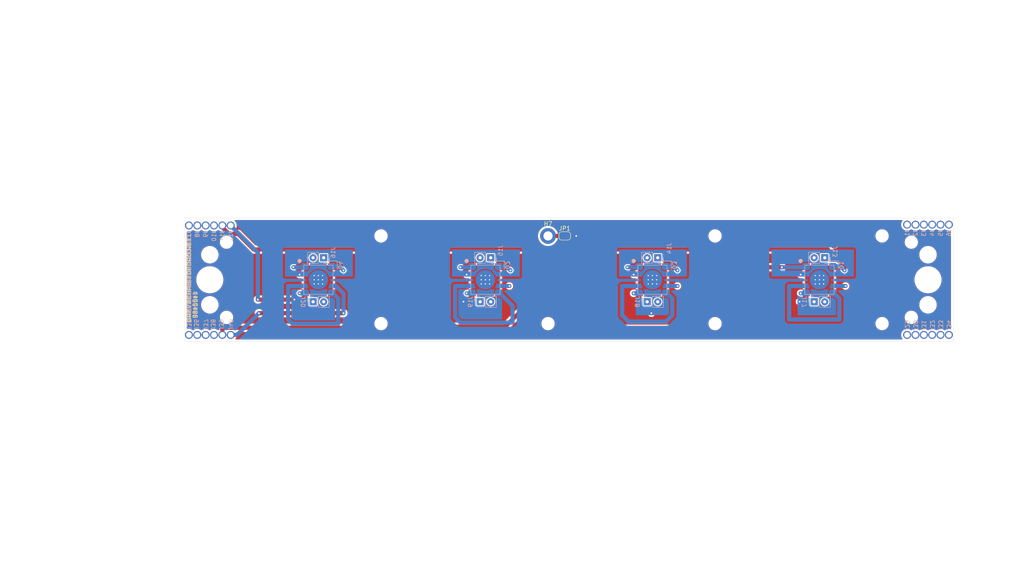
<source format=kicad_pcb>
(kicad_pcb (version 20210228) (generator pcbnew)
  (layers (0 "F.Cu" signal) (1 "In1.Cu" signal) (2 "In2.Cu" signal) (31 "B.Cu" signal) (34 "B.Paste" user) (35 "F.Paste" user) (36 "B.SilkS" user "B.Silkscreen") (37 "F.SilkS" user "F.Silkscreen") (38 "B.Mask" user) (39 "F.Mask" user) (44 "Edge.Cuts" user))
  (net 0 "")
  (net 2 "2_b8")
  (net 3 "Net-(D1-Pad4)")
  (net 4 "2_a5")
  (net 5 "Net-(D1-Pad2)")
  (net 6 "1_b8")
  (net 7 "1_a5")
  (net 9 "Net-(D2-Pad4)")
  (net 10 "Net-(D2-Pad2)")
  (net 12 "Net-(D3-Pad4)")
  (net 13 "Net-(D3-Pad2)")
  (net 15 "Net-(D4-Pad4)")
  (net 16 "Net-(D4-Pad2)")
  (net 17 "3_a8")
  (net 18 "4_a8")
  (net 19 "3_a11")
  (net 20 "3_a12")
  (net 21 "4_a11")
  (net 22 "4_a12")
  (net 23 "1_a1")
  (net 24 "1_a2")
  (net 25 "2_a1")
  (net 26 "2_a2")
  (net 27 "4_b2")
  (net 28 "4_b1")
  (net 29 "3_b2")
  (net 30 "3_b1")
  (net 31 "2_b12")
  (net 32 "2_b11")
  (net 33 "1_b12")
  (net 34 "1_b11")
  (net 35 "3_b5")
  (net 36 "4_b5")
  (net 37 "GND")
  (net 38 "Net-(D1-Pad8)")
  (net 39 "Net-(D1-Pad6)")
  (net 40 "Net-(D2-Pad1)")
  (net 41 "Net-(H7-Pad1)")
  (net 42 "Net-(D2-Pad8)")
  (net 43 "Net-(D2-Pad6)")
  (net 44 "Net-(D2-Pad3)")
  (footprint "MountingHole:MountingHole_5.5mm" (layer "F.Cu") (at 86 0)
    (fp_text reference "H9" hide)
    (fp_text value "MountingHole")
    (pad "1" np_thru_hole circle (at 0 0) (size 5.5 5.5) (drill 5.5) (layers *.Cu *.Mask))
  )
  (footprint "MountingHole:MountingHole_2.2mm_M2" (layer "F.Cu") (at -5 10.5)
    (fp_text reference "H14" hide)
    (fp_text value "MountingHole")
    (pad "1" np_thru_hole circle (at 0 0) (size 2.2 2.2) (drill 2.2) (layers *.Cu *.Mask))
  )
  (footprint "MountingHole:MountingHole_3.2mm_M3" (layer "F.Cu") (at 86 -6)
    (fp_text reference "H3" hide)
    (fp_text value "MountingHole")
    (pad "1" np_thru_hole circle (at 0 0) (size 3.2 3.2) (drill 3.2) (layers *.Cu *.Mask))
  )
  (footprint "MountingHole:MountingHole_2.2mm_M2" (layer "F.Cu") (at -45 10.5)
    (fp_text reference "H16" hide)
    (fp_text value "MountingHole")
    (pad "1" np_thru_hole circle (at 0 0) (size 2.2 2.2) (drill 2.2) (layers *.Cu *.Mask))
  )
  (footprint "Jumper:SolderJumper-2_P1.3mm_Open_RoundedPad1.0x1.5mm" (layer "F.Cu") (at -1 -10.5)
    (fp_text reference "JP1" (at 0 -1.8) (layer "F.SilkS"))
    (fp_text value "SolderJumper_2_Open")
    (pad "1" smd custom (at -0.65 0) (size 1 0.5) (layers "F.Cu" "F.Mask") (net 41 "Net-(H7-Pad1)") (options (clearance outline) (anchor rect)) (primitives (gr_circle (center 0 0.25) (end 0.5 0.25) (width 0) (fill yes)) (gr_circle (center 0 -0.25) (end 0.5 -0.25) (width 0) (fill yes)) (gr_poly (pts (xy 0 -0.75) (xy 0.5 -0.75) (xy 0.5 0.75) (xy 0 0.75)) (width 0) (fill yes))))
    (pad "2" smd custom (at 0.65 0) (size 1 0.5) (layers "F.Cu" "F.Mask") (net 37 "GND") (options (clearance outline) (anchor rect)) (primitives (gr_circle (center 0 0.25) (end 0.5 0.25) (width 0) (fill yes)) (gr_circle (center 0 -0.25) (end 0.5 -0.25) (width 0) (fill yes)) (gr_poly (pts (xy 0 -0.75) (xy -0.5 -0.75) (xy -0.5 0.75) (xy 0 0.75)) (width 0) (fill yes))))
  )
  (footprint "MountingHole:MountingHole_3.2mm_M3" (layer "F.Cu") (at 86 6)
    (fp_text reference "H11" hide)
    (fp_text value "MountingHole")
    (pad "1" np_thru_hole circle (at 0 0) (size 3.2 3.2) (drill 3.2) (layers *.Cu *.Mask))
  )
  (footprint "MountingHole:MountingHole_2.2mm_M2" (layer "F.Cu") (at 75 -10.5)
    (fp_text reference "H4" hide)
    (fp_text value "MountingHole")
    (pad "1" np_thru_hole circle (at 0 0) (size 2.2 2.2) (drill 2.2) (layers *.Cu *.Mask))
  )
  (footprint "MountingHole:MountingHole_2.2mm_M2_DIN965_Pad" (layer "F.Cu") (at -5 -10.5)
    (fp_text reference "H7" (at 0 -2.9) (layer "F.SilkS"))
    (fp_text value "MountingHole_Pad")
    (pad "1" thru_hole circle (at 0 0) (size 3.8 3.8) (drill 2.2) (layers *.Cu *.Mask) (net 41 "Net-(H7-Pad1)"))
  )
  (footprint "MountingHole:MountingHole_2.2mm_M2" (layer "F.Cu") (at 82 -9)
    (fp_text reference "H1" hide)
    (fp_text value "MountingHole")
    (pad "1" np_thru_hole circle (at 0 0) (size 2.2 2.2) (drill 2.2) (layers *.Cu *.Mask))
  )
  (footprint "MountingHole:MountingHole_2.2mm_M2" (layer "F.Cu") (at 75 10.5)
    (fp_text reference "H12" hide)
    (fp_text value "MountingHole")
    (pad "1" np_thru_hole circle (at 0 0) (size 2.2 2.2) (drill 2.2) (layers *.Cu *.Mask))
  )
  (footprint "MountingHole:MountingHole_5.5mm" (layer "F.Cu") (at -86 0)
    (fp_text reference "H10" hide)
    (fp_text value "MountingHole")
    (pad "1" np_thru_hole circle (at 0 0) (size 5.5 5.5) (drill 5.5) (layers *.Cu *.Mask))
  )
  (footprint "MountingHole:MountingHole_2.2mm_M2" (layer "F.Cu") (at -82 9)
    (fp_text reference "H18" hide)
    (fp_text value "MountingHole")
    (pad "1" np_thru_hole circle (at 0 0) (size 2.2 2.2) (drill 2.2) (layers *.Cu *.Mask))
  )
  (footprint "MountingHole:MountingHole_3.2mm_M3" (layer "F.Cu") (at -86 -6)
    (fp_text reference "H5" hide)
    (fp_text value "MountingHole")
    (pad "1" np_thru_hole circle (at 0 0) (size 3.2 3.2) (drill 3.2) (layers *.Cu *.Mask))
  )
  (footprint "MountingHole:MountingHole_2.2mm_M2" (layer "F.Cu") (at 35 -10.5)
    (fp_text reference "H6" hide)
    (fp_text value "MountingHole")
    (pad "1" np_thru_hole circle (at 0 0) (size 2.2 2.2) (drill 2.2) (layers *.Cu *.Mask))
  )
  (footprint "MountingHole:MountingHole_2.2mm_M2" (layer "F.Cu") (at -82 -9)
    (fp_text reference "H2" hide)
    (fp_text value "MountingHole")
    (pad "1" np_thru_hole circle (at 0 0) (size 2.2 2.2) (drill 2.2) (layers *.Cu *.Mask))
  )
  (footprint "MountingHole:MountingHole_2.2mm_M2" (layer "F.Cu") (at 35 10.5)
    (fp_text reference "H15" hide)
    (fp_text value "MountingHole")
    (pad "1" np_thru_hole circle (at 0 0) (size 2.2 2.2) (drill 2.2) (layers *.Cu *.Mask))
  )
  (footprint "custom_footprints:logo_small" (layer "F.Cu") (at -90.976062 0 90)
    (fp_text reference "LOGO1" hide)
    (fp_text value "Logo_Open_Hardware_Small" hide)
  )
  (footprint "MountingHole:MountingHole_2.2mm_M2" (layer "F.Cu") (at 82 9)
    (fp_text reference "H17" hide)
    (fp_text value "MountingHole")
    (pad "1" np_thru_hole circle (at 0 0) (size 2.2 2.2) (drill 2.2) (layers *.Cu *.Mask))
  )
  (footprint "MountingHole:MountingHole_3.2mm_M3" (layer "F.Cu") (at -86 6)
    (fp_text reference "H13" hide)
    (fp_text value "MountingHole")
    (pad "1" np_thru_hole circle (at 0 0) (size 3.2 3.2) (drill 3.2) (layers *.Cu *.Mask))
  )
  (footprint "MountingHole:MountingHole_2.2mm_M2" (layer "F.Cu") (at -45 -10.5)
    (fp_text reference "H8" hide)
    (fp_text value "MountingHole")
    (pad "1" np_thru_hole circle (at 0 0) (size 2.2 2.2) (drill 2.2) (layers *.Cu *.Mask))
  )
  (footprint "custom_footprints:5342" (layer "B.Cu") (at -87 -13 180)
    (fp_text reference "J9" (at 0 -2 90 unlocked) (layer "B.SilkS") (effects (justify mirror)))
    (fp_text value "Conn_01x01")
    (pad "1" thru_hole circle (at 0 0 180) (size 1.9 1.9) (drill 1.35) (layers *.Cu *.Mask) (net 25 "2_a1"))
  )
  (footprint "custom_footprints:5342" (layer "B.Cu") (at 85 13.2 180)
    (fp_text reference "J31" (at 0 2.2 270 unlocked) (layer "B.SilkS") (effects (justify mirror)))
    (fp_text value "Conn_01x01")
    (pad "1" thru_hole circle (at 0 0 180) (size 1.9 1.9) (drill 1.35) (layers *.Cu *.Mask) (net 30 "3_b1"))
  )
  (footprint "custom_footprints:5342" (layer "B.Cu") (at 83 -13.2 180)
    (fp_text reference "J2" (at 0 -1.95 90 unlocked) (layer "B.SilkS") (effects (justify mirror)))
    (fp_text value "Conn_01x01")
    (pad "1" thru_hole circle (at 0 0 180) (size 1.9 1.9) (drill 1.35) (layers *.Cu *.Mask) (net 18 "4_a8"))
  )
  (footprint "custom_footprints:MILLMAX_816-22-002-10-007101" (layer "B.Cu") (at -21.27 5.27 -90)
    (fp_text reference "J19" (at 0 2.33 90) (layer "B.SilkS") (effects (justify mirror)))
    (fp_text value "Conn_01x02")
    (pad "1" thru_hole rect (at 0 0 270) (size 1.7 1.7) (drill 0.76) (layers *.Cu *.Mask) (net 31 "2_b12"))
    (pad "2" thru_hole oval (at 0 -2.54 270) (size 1.7 1.7) (drill 0.76) (layers *.Cu *.Mask) (net 32 "2_b11"))
  )
  (footprint "custom_footprints:5342" (layer "B.Cu") (at -81 13.2 180)
    (fp_text reference "J40" (at 0 2.45 270 unlocked) (layer "B.SilkS") (effects (justify mirror)))
    (fp_text value "Conn_01x01")
    (pad "1" thru_hole circle (at 0 0 180) (size 1.9 1.9) (drill 1.35) (layers *.Cu *.Mask) (net 2 "2_b8"))
  )
  (footprint "custom_footprints:5342" (layer "B.Cu") (at 83 13.2 180)
    (fp_text reference "J30" (at 0 2.2 270 unlocked) (layer "B.SilkS") (effects (justify mirror)))
    (fp_text value "Conn_01x01")
    (pad "1" thru_hole circle (at 0 0 180) (size 1.9 1.9) (drill 1.35) (layers *.Cu *.Mask) (net 36 "4_b5"))
  )
  (footprint "custom_footprints:5342" (layer "B.Cu") (at -83 13.2 180)
    (fp_text reference "J39" (at 0.25 2.45 270 unlocked) (layer "B.SilkS") (effects (justify mirror)))
    (fp_text value "Conn_01x01")
    (pad "1" thru_hole circle (at 0 0 180) (size 1.9 1.9) (drill 1.35) (layers *.Cu *.Mask) (net 6 "1_b8"))
  )
  (footprint "custom_footprints:5342" (layer "B.Cu") (at -89 13.2 180)
    (fp_text reference "J36" (at 0.25 2.45 270 unlocked) (layer "B.SilkS") (effects (justify mirror)))
    (fp_text value "Conn_01x01")
    (pad "1" thru_hole circle (at 0 0 180) (size 1.9 1.9) (drill 1.35) (layers *.Cu *.Mask) (net 33 "1_b12"))
  )
  (footprint "custom_footprints:MILLMAX_816-22-002-10-007101" (layer "B.Cu") (at -61.27 5.27 -90)
    (fp_text reference "J20" (at 0 2.33 90) (layer "B.SilkS") (effects (justify mirror)))
    (fp_text value "Conn_01x02")
    (pad "1" thru_hole rect (at 0 0 270) (size 1.7 1.7) (drill 0.76) (layers *.Cu *.Mask) (net 33 "1_b12"))
    (pad "2" thru_hole oval (at 0 -2.54 270) (size 1.7 1.7) (drill 0.76) (layers *.Cu *.Mask) (net 34 "1_b11"))
  )
  (footprint "custom_footprints:MILLMAX_816-22-002-10-007101" (layer "B.Cu") (at -18.73 -5.27 90)
    (fp_text reference "J15" (at 1.73 2.33 90) (layer "B.SilkS") (effects (justify mirror)))
    (fp_text value "Conn_01x02")
    (pad "1" thru_hole rect (at 0 0 90) (size 1.7 1.7) (drill 0.76) (layers *.Cu *.Mask) (net 25 "2_a1"))
    (pad "2" thru_hole oval (at 0 -2.54 90) (size 1.7 1.7) (drill 0.76) (layers *.Cu *.Mask) (net 26 "2_a2"))
  )
  (footprint "custom_footprints:5342" (layer "B.Cu") (at -81 -13 180)
    (fp_text reference "J12" (at 0 -2.5 90 unlocked) (layer "B.SilkS") (effects (justify mirror)))
    (fp_text value "Conn_01x01")
    (pad "1" thru_hole circle (at 0 0 180) (size 1.9 1.9) (drill 1.35) (layers *.Cu *.Mask) (net 4 "2_a5"))
  )
  (footprint "custom_footprints:luxigen_8.02X8.02_FR4" (layer "B.Cu") (at 60 0 180)
    (fp_text reference "D1" (at -5.25 3.5 270 unlocked) (layer "B.SilkS") (effects (justify mirror)))
    (fp_text value "QUAD_LED_Pad")
    (pad "1" smd custom (at -3.25 3.25 180) (size 1 1) (layers "B.Cu" "B.Paste" "B.Mask") (net 7 "1_a5") (options (clearance outline) (anchor rect)) (primitives (gr_poly (pts (xy 0.980001 -0.56) (xy 0.560001 -0.98) (xy -0.759999 -0.98) (xy -0.759999 0.76) (xy 0.980001 0.76) (xy 0.980001 -0.56)) (width 0) (fill yes))))
    (pad "2" smd custom (at -1.5 3.5 180) (size 1 1) (layers "B.Cu" "B.Paste" "B.Mask") (net 5 "Net-(D1-Pad2)") (options (clearance outline) (anchor rect)) (primitives (gr_poly (pts (xy -0.52531 -1.198408) (xy -0.52531 0.51) (xy 0.63469 0.51) (xy 0.63469 -0.741409)) (width 0) (fill yes))))
    (pad "3" smd custom (at 3.5 3 180) (size 0.762 0.762) (layers "B.Cu" "B.Paste" "B.Mask") (net 6 "1_b8") (options (clearance outline) (anchor rect)) (primitives (gr_poly (pts (xy -0.810001 -0.73) (xy -1.23 -0.31) (xy -1.23 1.01) (xy 0.51 1.01) (xy 0.51 -0.73)) (width 0) (fill yes))))
    (pad "4" smd custom (at 3.25 -1.5 180) (size 1 1) (layers "B.Cu" "B.Paste" "B.Mask") (net 3 "Net-(D1-Pad4)") (options (clearance outline) (anchor rect)) (primitives (gr_poly (pts (xy -0.948408 -0.52531) (xy 0.759999 -0.52531) (xy 0.759999 0.63469) (xy -0.491409 0.63469)) (width 0) (fill yes))))
    (pad "5" smd custom (at 3.25 -3.25 180) (size 1 1) (layers "B.Cu" "B.Paste" "B.Mask") (net 5 "Net-(D1-Pad2)") (options (clearance outline) (anchor rect)) (primitives (gr_poly (pts (xy 0.76 -0.759999) (xy -0.98 -0.759999) (xy -0.98 0.560001) (xy -0.560001 0.980001) (xy 0.76 0.980001) (xy 0.76 -0.759999)) (width 0) (fill yes))))
    (pad "6" smd custom (at -1.5 -3.5 180) (size 1 1) (layers "B.Cu" "B.Paste" "B.Mask") (net 39 "Net-(D1-Pad6)") (options (clearance outline) (anchor rect)) (primitives (gr_poly (pts (xy -0.52531 1.198408) (xy -0.52531 -0.51) (xy 0.63469 -0.51) (xy 0.63469 0.741409)) (width 0) (fill yes))))
    (pad "7" smd custom (at -3.25 -3 180) (size 1 1) (layers "B.Cu" "B.Paste" "B.Mask") (net 3 "Net-(D1-Pad4)") (options (clearance outline) (anchor rect)) (primitives (gr_poly (pts (xy 0.980001 0.310001) (xy 0.560001 0.730001) (xy -0.759999 0.730001) (xy -0.759999 -1.009999) (xy 0.980001 -1.009999)) (width 0) (fill yes))))
    (pad "8" smd custom (at -3.5 -1.5 180) (size 1 1) (layers "B.Cu" "B.Paste" "B.Mask") (net 38 "Net-(D1-Pad8)") (options (clearance outline) (anchor rect)) (primitives (gr_poly (pts (xy 1.198408 -0.52531) (xy -0.509999 -0.52531) (xy -0.509999 0.63469) (xy 0.741409 0.63469)) (width 0) (fill yes))))
    (pad "9" smd rect (at 0 0 180) (size 7 7) (property pad_prop_heatsink) (layers "F.Cu" "F.Mask"))
    (pad "9" thru_hole circle (at 1 0 180) (size 0.6 0.6) (drill 0.3) (property pad_prop_heatsink) (layers *.Cu))
    (pad "9" thru_hole circle (at 0 0 180) (size 0.6 0.6) (drill 0.3) (property pad_prop_heatsink) (layers *.Cu))
    (pad "9" thru_hole circle (at -1 0 180) (size 0.6 0.6) (drill 0.3) (property pad_prop_heatsink) (layers *.Cu))
    (pad "9" thru_hole circle (at -1 -1 180) (size 0.6 0.6) (drill 0.3) (property pad_prop_heatsink) (layers *.Cu))
    (pad "9" thru_hole circle (at 1 1 180) (size 0.6 0.6) (drill 0.3) (property pad_prop_heatsink) (layers *.Cu))
    (pad "9" smd circle (at 0 0 180) (size 4.64 4.64) (property pad_prop_heatsink) (layers "B.Cu" "B.Paste" "B.Mask"))
    (pad "9" thru_hole circle (at -1 1 180) (size 0.6 0.6) (drill 0.3) (property pad_prop_heatsink) (layers *.Cu))
    (pad "9" thru_hole circle (at 0 -1 180) (size 0.6 0.6) (drill 0.3) (property pad_prop_heatsink) (layers *.Cu))
    (pad "9" thru_hole circle (at 0 1 180) (size 0.6 0.6) (drill 0.3) (property pad_prop_heatsink) (layers *.Cu))
    (pad "9" thru_hole circle (at 1 -1 180) (size 0.6 0.6) (drill 0.3) (property pad_prop_heatsink) (layers *.Cu))
  )
  (footprint "custom_footprints:5342" (layer "B.Cu") (at -87 13.2 180)
    (fp_text reference "J37" (at 0 2.45 270 unlocked) (layer "B.SilkS") (effects (justify mirror)))
    (fp_text value "Conn_01x01")
    (pad "1" thru_hole circle (at 0 0 180) (size 1.9 1.9) (drill 1.35) (layers *.Cu *.Mask) (net 32 "2_b11"))
  )
  (footprint "custom_footprints:5342" (layer "B.Cu") (at -91 13.2 180)
    (fp_text reference "J35" (at 0 2.45 270 unlocked) (layer "B.SilkS") (effects (justify mirror)))
    (fp_text value "Conn_01x01")
    (pad "1" thru_hole circle (at 0 0 180) (size 1.9 1.9) (drill 1.35) (layers *.Cu *.Mask) (net 34 "1_b11"))
  )
  (footprint "custom_footprints:5342" (layer "B.Cu") (at -83 -13 180)
    (fp_text reference "J11" (at 0 -2.5 90 unlocked) (layer "B.SilkS") (effects (justify mirror)))
    (fp_text value "Conn_01x01")
    (pad "1" thru_hole circle (at 0 0 180) (size 1.9 1.9) (drill 1.35) (layers *.Cu *.Mask) (net 7 "1_a5"))
  )
  (footprint "custom_footprints:MILLMAX_816-22-002-10-007101" (layer "B.Cu") (at 21.27 -5.27 90)
    (fp_text reference "J14" (at 2.23 2.73 90) (layer "B.SilkS") (effects (justify mirror)))
    (fp_text value "Conn_01x02")
    (pad "1" thru_hole rect (at 0 0 90) (size 1.7 1.7) (drill 0.76) (layers *.Cu *.Mask) (net 20 "3_a12"))
    (pad "2" thru_hole oval (at 0 -2.54 90) (size 1.7 1.7) (drill 0.76) (layers *.Cu *.Mask) (net 19 "3_a11"))
  )
  (footprint "custom_footprints:luxigen_8.02X8.02_FR4" (layer "B.Cu") (at 20 0 180)
    (fp_text reference "D3" (at -5.25 3.5 270 unlocked) (layer "B.SilkS") (effects (justify mirror)))
    (fp_text value "QUAD_LED_Pad")
    (pad "1" smd custom (at -3.25 3.25 180) (size 1 1) (layers "B.Cu" "B.Paste" "B.Mask") (net 39 "Net-(D1-Pad6)") (options (clearance outline) (anchor rect)) (primitives (gr_poly (pts (xy 0.980001 -0.56) (xy 0.560001 -0.98) (xy -0.759999 -0.98) (xy -0.759999 0.76) (xy 0.980001 0.76) (xy 0.980001 -0.56)) (width 0) (fill yes))))
    (pad "2" smd custom (at -1.5 3.5 180) (size 1 1) (layers "B.Cu" "B.Paste" "B.Mask") (net 13 "Net-(D3-Pad2)") (options (clearance outline) (anchor rect)) (primitives (gr_poly (pts (xy -0.52531 -1.198408) (xy -0.52531 0.51) (xy 0.63469 0.51) (xy 0.63469 -0.741409)) (width 0) (fill yes))))
    (pad "3" smd custom (at 3.5 3 180) (size 0.762 0.762) (layers "B.Cu" "B.Paste" "B.Mask") (net 38 "Net-(D1-Pad8)") (options (clearance outline) (anchor rect)) (primitives (gr_poly (pts (xy -0.810001 -0.73) (xy -1.23 -0.31) (xy -1.23 1.01) (xy 0.51 1.01) (xy 0.51 -0.73)) (width 0) (fill yes))))
    (pad "4" smd custom (at 3.25 -1.5 180) (size 1 1) (layers "B.Cu" "B.Paste" "B.Mask") (net 12 "Net-(D3-Pad4)") (options (clearance outline) (anchor rect)) (primitives (gr_poly (pts (xy -0.948408 -0.52531) (xy 0.759999 -0.52531) (xy 0.759999 0.63469) (xy -0.491409 0.63469)) (width 0) (fill yes))))
    (pad "5" smd custom (at 3.25 -3.25 180) (size 1 1) (layers "B.Cu" "B.Paste" "B.Mask") (net 13 "Net-(D3-Pad2)") (options (clearance outline) (anchor rect)) (primitives (gr_poly (pts (xy 0.76 -0.759999) (xy -0.98 -0.759999) (xy -0.98 0.560001) (xy -0.560001 0.980001) (xy 0.76 0.980001) (xy 0.76 -0.759999)) (width 0) (fill yes))))
    (pad "6" smd custom (at -1.5 -3.5 180) (size 1 1) (layers "B.Cu" "B.Paste" "B.Mask") (net 40 "Net-(D2-Pad1)") (options (clearance outline) (anchor rect)) (primitives (gr_poly (pts (xy -0.52531 1.198408) (xy -0.52531 -0.51) (xy 0.63469 -0.51) (xy 0.63469 0.741409)) (width 0) (fill yes))))
    (pad "7" smd custom (at -3.25 -3 180) (size 1 1) (layers "B.Cu" "B.Paste" "B.Mask") (net 12 "Net-(D3-Pad4)") (options (clearance outline) (anchor rect)) (primitives (gr_poly (pts (xy 0.980001 0.310001) (xy 0.560001 0.730001) (xy -0.759999 0.730001) (xy -0.759999 -1.009999) (xy 0.980001 -1.009999)) (width 0) (fill yes))))
    (pad "8" smd custom (at -3.5 -1.5 180) (size 1 1) (layers "B.Cu" "B.Paste" "B.Mask") (net 44 "Net-(D2-Pad3)") (options (clearance outline) (anchor rect)) (primitives (gr_poly (pts (xy 1.198408 -0.52531) (xy -0.509999 -0.52531) (xy -0.509999 0.63469) (xy 0.741409 0.63469)) (width 0) (fill yes))))
    (pad "9" thru_hole circle (at 1 0 180) (size 0.6 0.6) (drill 0.3) (property pad_prop_heatsink) (layers *.Cu))
    (pad "9" thru_hole circle (at 0 -1 180) (size 0.6 0.6) (drill 0.3) (property pad_prop_heatsink) (layers *.Cu))
    (pad "9" smd rect (at 0 0 180) (size 7 7) (property pad_prop_heatsink) (layers "F.Cu" "F.Mask"))
    (pad "9" thru_hole circle (at -1 -1 180) (size 0.6 0.6) (drill 0.3) (property pad_prop_heatsink) (layers *.Cu))
    (pad "9" thru_hole circle (at -1 1 180) (size 0.6 0.6) (drill 0.3) (property pad_prop_heatsink) (layers *.Cu))
    (pad "9" thru_hole circle (at -1 0 180) (size 0.6 0.6) (drill 0.3) (property pad_prop_heatsink) (layers *.Cu))
    (pad "9" thru_hole circle (at 1 1 180) (size 0.6 0.6) (drill 0.3) (property pad_prop_heatsink) (layers *.Cu))
    (pad "9" smd circle (at 0 0 180) (size 4.64 4.64) (property pad_prop_heatsink) (layers "B.Cu" "B.Paste" "B.Mask"))
    (pad "9" thru_hole circle (at 0 0 180) (size 0.6 0.6) (drill 0.3) (property pad_prop_heatsink) (layers *.Cu))
    (pad "9" thru_hole circle (at 0 1 180) (size 0.6 0.6) (drill 0.3) (property pad_prop_heatsink) (layers *.Cu))
    (pad "9" thru_hole circle (at 1 -1 180) (size 0.6 0.6) (drill 0.3) (property pad_prop_heatsink) (layers *.Cu))
  )
  (footprint "custom_footprints:5342" (layer "B.Cu") (at 89 -13.2 180)
    (fp_text reference "J5" (at 0 -1.95 90 unlocked) (layer "B.SilkS") (effects (justify mirror)))
    (fp_text value "Conn_01x01")
    (pad "1" thru_hole circle (at 0 0 180) (size 1.9 1.9) (drill 1.35) (layers *.Cu *.Mask) (net 21 "4_a11"))
  )
  (footprint "custom_footprints:5342" (layer "B.Cu") (at 91 -13.2 180)
    (fp_text reference "J6" (at 0 -1.95 90 unlocked) (layer "B.SilkS") (effects (justify mirror)))
    (fp_text value "Conn_01x01")
    (pad "1" thru_hole circle (at 0 0 180) (size 1.9 1.9) (drill 1.35) (layers *.Cu *.Mask) (net 22 "4_a12"))
  )
  (footprint "custom_footprints:5342" (layer "B.Cu") (at -85 13.2 180)
    (fp_text reference "J38" (at 0.25 2.45 270 unlocked) (layer "B.SilkS") (effects (justify mirror)))
    (fp_text value "Conn_01x01")
    (pad "1" thru_hole circle (at 0 0 180) (size 1.9 1.9) (drill 1.35) (layers *.Cu *.Mask) (net 31 "2_b12"))
  )
  (footprint "custom_footprints:logo_small" (layer "B.Cu") (at -91 -1 90)
    (fp_text reference "LOGO2" hide)
    (fp_text value "Logo_Open_Hardware_Small" hide)
  )
  (footprint "custom_footprints:5342" (layer "B.Cu") (at 81 -13.2 180)
    (fp_text reference "J1" (at 0 -1.95 90 unlocked) (layer "B.SilkS") (effects (justify mirror)))
    (fp_text value "Conn_01x01")
    (pad "1" thru_hole circle (at 0 0 180) (size 1.9 1.9) (drill 1.35) (layers *.Cu *.Mask) (net 17 "3_a8"))
  )
  (footprint "custom_footprints:luxigen_8.02X8.02_FR4" (layer "B.Cu") (at -20 0 180)
    (fp_text reference "D2" (at -5.25 3.5 270 unlocked) (layer "B.SilkS") (effects (justify mirror)))
    (fp_text value "QUAD_LED_Pad")
    (pad "1" smd custom (at -3.25 3.25 180) (size 1 1) (layers "B.Cu" "B.Paste" "B.Mask") (net 40 "Net-(D2-Pad1)") (options (clearance outline) (anchor rect)) (primitives (gr_poly (pts (xy 0.980001 -0.56) (xy 0.560001 -0.98) (xy -0.759999 -0.98) (xy -0.759999 0.76) (xy 0.980001 0.76) (xy 0.980001 -0.56)) (width 0) (fill yes))))
    (pad "2" smd custom (at -1.5 3.5 180) (size 1 1) (layers "B.Cu" "B.Paste" "B.Mask") (net 10 "Net-(D2-Pad2)") (options (clearance outline) (anchor rect)) (primitives (gr_poly (pts (xy -0.52531 -1.198408) (xy -0.52531 0.51) (xy 0.63469 0.51) (xy 0.63469 -0.741409)) (width 0) (fill yes))))
    (pad "3" smd custom (at 3.5 3 180) (size 0.762 0.762) (layers "B.Cu" "B.Paste" "B.Mask") (net 44 "Net-(D2-Pad3)") (options (clearance outline) (anchor rect)) (primitives (gr_poly (pts (xy -0.810001 -0.73) (xy -1.23 -0.31) (xy -1.23 1.01) (xy 0.51 1.01) (xy 0.51 -0.73)) (width 0) (fill yes))))
    (pad "4" smd custom (at 3.25 -1.5 180) (size 1 1) (layers "B.Cu" "B.Paste" "B.Mask") (net 9 "Net-(D2-Pad4)") (options (clearance outline) (anchor rect)) (primitives (gr_poly (pts (xy -0.948408 -0.52531) (xy 0.759999 -0.52531) (xy 0.759999 0.63469) (xy -0.491409 0.63469)) (width 0) (fill yes))))
    (pad "5" smd custom (at 3.25 -3.25 180) (size 1 1) (layers "B.Cu" "B.Paste" "B.Mask") (net 10 "Net-(D2-Pad2)") (options (clearance outline) (anchor rect)) (primitives (gr_poly (pts (xy 0.76 -0.759999) (xy -0.98 -0.759999) (xy -0.98 0.560001) (xy -0.560001 0.980001) (xy 0.76 0.980001) (xy 0.76 -0.759999)) (width 0) (fill yes))))
    (pad "6" smd custom (at -1.5 -3.5 180) (size 1 1) (layers "B.Cu" "B.Paste" "B.Mask") (net 43 "Net-(D2-Pad6)") (options (clearance outline) (anchor rect)) (primitives (gr_poly (pts (xy -0.52531 1.198408) (xy -0.52531 -0.51) (xy 0.63469 -0.51) (xy 0.63469 0.741409)) (width 0) (fill yes))))
    (pad "7" smd custom (at -3.25 -3 180) (size 1 1) (layers "B.Cu" "B.Paste" "B.Mask") (net 9 "Net-(D2-Pad4)") (options (clearance outline) (anchor rect)) (primitives (gr_poly (pts (xy 0.980001 0.310001) (xy 0.560001 0.730001) (xy -0.759999 0.730001) (xy -0.759999 -1.009999) (xy 0.980001 -1.009999)) (width 0) (fill yes))))
    (pad "8" smd custom (at -3.5 -1.5 180) (size 1 1) (layers "B.Cu" "B.Paste" "B.Mask") (net 42 "Net-(D2-Pad8)") (options (clearance outline) (anchor rect)) (primitives (gr_poly (pts (xy 1.198408 -0.52531) (xy -0.509999 -0.52531) (xy -0.509999 0.63469) (xy 0.741409 0.63469)) (width 0) (fill yes))))
    (pad "9" thru_hole circle (at 0 -1 180) (size 0.6 0.6) (drill 0.3) (property pad_prop_heatsink) (layers *.Cu))
    (pad "9" smd circle (at 0 0 180) (size 4.64 4.64) (property pad_prop_heatsink) (layers "B.Cu" "B.Paste" "B.Mask"))
    (pad "9" thru_hole circle (at -1 0 180) (size 0.6 0.6) (drill 0.3) (property pad_prop_heatsink) (layers *.Cu))
    (pad "9" thru_hole circle (at 0 1 180) (size 0.6 0.6) (drill 0.3) (property pad_prop_heatsink) (layers *.Cu))
    (pad "9" thru_hole circle (at -1 1 180) (size 0.6 0.6) (drill 0.3) (property pad_prop_heatsink) (layers *.Cu))
    (pad "9" thru_hole circle (at -1 -1 180) (size 0.6 0.6) (drill 0.3) (property pad_prop_heatsink) (layers *.Cu))
    (pad "9" thru_hole circle (at 1 -1 180) (size 0.6 0.6) (drill 0.3) (property pad_prop_heatsink) (layers *.Cu))
    (pad "9" thru_hole circle (at 1 0 180) (size 0.6 0.6) (drill 0.3) (property pad_prop_heatsink) (layers *.Cu))
    (pad "9" thru_hole circle (at 1 1 180) (size 0.6 0.6) (drill 0.3) (property pad_prop_heatsink) (layers *.Cu))
    (pad "9" thru_hole circle (at 0 0 180) (size 0.6 0.6) (drill 0.3) (property pad_prop_heatsink) (layers *.Cu))
    (pad "9" smd rect (at 0 0 180) (size 7 7) (property pad_prop_heatsink) (layers "F.Cu" "F.Mask"))
  )
  (footprint "custom_footprints:5342" (layer "B.Cu") (at 91 13.2 180)
    (fp_text reference "J34" (at 0 2.2 270 unlocked) (layer "B.SilkS") (effects (justify mirror)))
    (fp_text value "Conn_01x01")
    (pad "1" thru_hole circle (at 0 0 180) (size 1.9 1.9) (drill 1.35) (layers *.Cu *.Mask) (net 27 "4_b2"))
  )
  (footprint "custom_footprints:5342" (layer "B.Cu") (at -85 -13 180)
    (fp_text reference "J10" (at 0 -2.5 90 unlocked) (layer "B.SilkS") (effects (justify mirror)))
    (fp_text value "Conn_01x01")
    (pad "1" thru_hole circle (at 0 0 180) (size 1.9 1.9) (drill 1.35) (layers *.Cu *.Mask) (net 26 "2_a2"))
  )
  (footprint "custom_footprints:MILLMAX_816-22-002-10-007101" (layer "B.Cu") (at 61.27 -5.27 90)
    (fp_text reference "J13" (at 1.48 2.48 90) (layer "B.SilkS") (effects (justify mirror)))
    (fp_text value "Conn_01x02")
    (pad "1" thru_hole rect (at 0 0 90) (size 1.7 1.7) (drill 0.76) (layers *.Cu *.Mask) (net 21 "4_a11"))
    (pad "2" thru_hole oval (at 0 -2.54 90) (size 1.7 1.7) (drill 0.76) (layers *.Cu *.Mask) (net 22 "4_a12"))
  )
  (footprint "custom_footprints:5342" (layer "B.Cu") (at 89 13.2 180)
    (fp_text reference "J33" (at 0 2.2 270 unlocked) (layer "B.SilkS") (effects (justify mirror)))
    (fp_text value "Conn_01x01")
    (pad "1" thru_hole circle (at 0 0 180) (size 1.9 1.9) (drill 1.35) (layers *.Cu *.Mask) (net 28 "4_b1"))
  )
  (footprint "custom_footprints:5342" (layer "B.Cu") (at 81 13.2 180)
    (fp_text reference "J29" (at 0 2.2 270 unlocked) (layer "B.SilkS") (effects (justify mirror)))
    (fp_text value "Conn_01x01")
    (pad "1" thru_hole circle (at 0 0 180) (size 1.9 1.9) (drill 1.35) (layers *.Cu *.Mask) (net 35 "3_b5"))
  )
  (footprint "custom_footprints:5342" (layer "B.Cu") (at 87 13.2 180)
    (fp_text reference "J32" (at 0 2.2 270 unlocked) (layer "B.SilkS") (effects (justify mirror)))
    (fp_text value "Conn_01x01")
    (pad "1" thru_hole circle (at 0 0 180) (size 1.9 1.9) (drill 1.35) (layers *.Cu *.Mask) (net 29 "3_b2"))
  )
  (footprint "custom_footprints:MILLMAX_816-22-002-10-007101" (layer "B.Cu") (at 58.73 5.27 -90)
    (fp_text reference "J17" (at 0 2.33 90) (layer "B.SilkS") (effects (justify mirror)))
    (fp_text value "Conn_01x02")
    (pad "1" thru_hole rect (at 0 0 270) (size 1.7 1.7) (drill 0.76) (layers *.Cu *.Mask) (net 27 "4_b2"))
    (pad "2" thru_hole oval (at 0 -2.54 270) (size 1.7 1.7) (drill 0.76) (layers *.Cu *.Mask) (net 28 "4_b1"))
  )
  (footprint "custom_footprints:MILLMAX_816-22-002-10-007101" (layer "B.Cu") (at 18.73 5.27 -90)
    (fp_text reference "J18" (at 0 2.33 90) (layer "B.SilkS") (effects (justify mirror)))
    (fp_text value "Conn_01x02")
    (pad "1" thru_hole rect (at 0 0 270) (size 1.7 1.7) (drill 0.76) (layers *.Cu *.Mask) (net 29 "3_b2"))
    (pad "2" thru_hole oval (at 0 -2.54 270) (size 1.7 1.7) (drill 0.76) (layers *.Cu *.Mask) (net 30 "3_b1"))
  )
  (footprint "custom_footprints:5342" (layer "B.Cu") (at 85 -13.2 180)
    (fp_text reference "J3" (at 0 -1.95 90 unlocked) (layer "B.SilkS") (effects (justify mirror)))
    (fp_text value "Conn_01x01")
    (pad "1" thru_hole circle (at 0 0 180) (size 1.9 1.9) (drill 1.35) (layers *.Cu *.Mask) (net 19 "3_a11"))
  )
  (footprint "custom_footprints:5342" (layer "B.Cu") (at -91 -13 180)
    (fp_text reference "J7" (at 0 -2 90 unlocked) (layer "B.SilkS") (effects (justify mirror)))
    (fp_text value "Conn_01x01")
    (pad "1" thru_hole circle (at 0 0 180) (size 1.9 1.9) (drill 1.35) (layers *.Cu *.Mask) (net 23 "1_a1"))
  )
  (footprint "custom_footprints:luxigen_8.02X8.02_FR4" (layer "B.Cu") (at -60 0 180)
    (fp_text reference "D4" (at -5.25 3.5 270 unlocked) (layer "B.SilkS") (effects (justify mirror)))
    (fp_text value "QUAD_LED_Pad")
    (pad "1" smd custom (at -3.25 3.25 180) (size 1 1) (layers "B.Cu" "B.Paste" "B.Mask") (net 43 "Net-(D2-Pad6)") (options (clearance outline) (anchor rect)) (primitives (gr_poly (pts (xy 0.980001 -0.56) (xy 0.560001 -0.98) (xy -0.759999 -0.98) (xy -0.759999 0.76) (xy 0.980001 0.76) (xy 0.980001 -0.56)) (width 0) (fill yes))))
    (pad "2" smd custom (at -1.5 3.5 180) (size 1 1) (layers "B.Cu" "B.Paste" "B.Mask") (net 16 "Net-(D4-Pad2)") (options (clearance outline) (anchor rect)) (primitives (gr_poly (pts (xy -0.52531 -1.198408) (xy -0.52531 0.51) (xy 0.63469 0.51) (xy 0.63469 -0.741409)) (width 0) (fill yes))))
    (pad "3" smd custom (at 3.5 3 180) (size 0.762 0.762) (layers "B.Cu" "B.Paste" "B.Mask") (net 42 "Net-(D2-Pad8)") (options (clearance outline) (anchor rect)) (primitives (gr_poly (pts (xy -0.810001 -0.73) (xy -1.23 -0.31) (xy -1.23 1.01) (xy 0.51 1.01) (xy 0.51 -0.73)) (width 0) (fill yes))))
    (pad "4" smd custom (at 3.25 -1.5 180) (size 1 1) (layers "B.Cu" "B.Paste" "B.Mask") (net 15 "Net-(D4-Pad4)") (options (clearance outline) (anchor rect)) (primitives (gr_poly (pts (xy -0.948408 -0.52531) (xy 0.759999 -0.52531) (xy 0.759999 0.63469) (xy -0.491409 0.63469)) (width 0) (fill yes))))
    (pad "5" smd custom (at 3.25 -3.25 180) (size 1 1) (layers "B.Cu" "B.Paste" "B.Mask") (net 16 "Net-(D4-Pad2)") (options (clearance outline) (anchor rect)) (primitives (gr_poly (pts (xy 0.76 -0.759999) (xy -0.98 -0.759999) (xy -0.98 0.560001) (xy -0.560001 0.980001) (xy 0.76 0.980001) (xy 0.76 -0.759999)) (width 0) (fill yes))))
    (pad "6" smd custom (at -1.5 -3.5 180) (size 1 1) (layers "B.Cu" "B.Paste" "B.Mask") (net 4 "2_a5") (options (clearance outline) (anchor rect)) (primitives (gr_poly (pts (xy -0.52531 1.198408) (xy -0.52531 -0.51) (xy 0.63469 -0.51) (xy 0.63469 0.741409)) (width 0) (fill yes))))
    (pad "7" smd custom (at -3.25 -3 180) (size 1 1) (layers "B.Cu" "B.Paste" "B.Mask") (net 15 "Net-(D4-Pad4)") (options (clearance outline) (anchor rect)) (primitives (gr_poly (pts (xy 0.980001 0.310001) (xy 0.560001 0.730001) (xy -0.759999 0.730001) (xy -0.759999 -1.009999) (xy 0.980001 -1.009999)) (width 0) (fill yes))))
    (pad "8" smd custom (at -3.5 -1.5 180) (size 1 1) (layers "B.Cu" "B.Paste" "B.Mask") (net 2 "2_b8") (options (clearance outline) (anchor rect)) (primitives (gr_poly (pts (xy 1.198408 -0.52531) (xy -0.509999 -0.52531) (xy -0.509999 0.63469) (xy 0.741409 0.63469)) (width 0) (fill yes))))
    (pad "9" thru_hole circle (at 0 1 180) (size 0.6 0.6) (drill 0.3) (property pad_prop_heatsink) (layers *.Cu))
    (pad "9" thru_hole circle (at 1 -1 180) (size 0.6 0.6) (drill 0.3) (property pad_prop_heatsink) (layers *.Cu))
    (pad "9" thru_hole circle (at -1 1 180) (size 0.6 0.6) (drill 0.3) (property pad_prop_heatsink) (layers *.Cu))
    (pad "9" thru_hole circle (at -1 0 180) (size 0.6 0.6) (drill 0.3) (property pad_prop_heatsink) (layers *.Cu))
    (pad "9" thru_hole circle (at 1 0 180) (size 0.6 0.6) (drill 0.3) (property pad_prop_heatsink) (layers *.Cu))
    (pad "9" thru_hole circle (at 0 0 180) (size 0.6 0.6) (drill 0.3) (property pad_prop_heatsink) (layers *.Cu))
    (pad "9" thru_hole circle (at -1 -1 180) (size 0.6 0.6) (drill 0.3) (property pad_prop_heatsink) (layers *.Cu))
    (pad "9" smd circle (at 0 0 180) (size 4.64 4.64) (property pad_prop_heatsink) (layers "B.Cu" "B.Paste" "B.Mask"))
    (pad "9" smd rect (at 0 0 180) (size 7 7) (property pad_prop_heatsink) (layers "F.Cu" "F.Mask"))
    (pad "9" thru_hole circle (at 1 1 180) (size 0.6 0.6) (drill 0.3) (property pad_prop_heatsink) (layers *.Cu))
    (pad "9" thru_hole circle (at 0 -1 180) (size 0.6 0.6) (drill 0.3) (property pad_prop_heatsink) (layers *.Cu))
  )
  (footprint "custom_footprints:MILLMAX_816-22-002-10-007101" (layer "B.Cu") (at -58.73 -5.27 90)
    (fp_text reference "J16" (at 1.23 2.23 90) (layer "B.SilkS") (effects (justify mirror)))
    (fp_text value "Conn_01x02")
    (pad "1" thru_hole rect (at 0 0 90) (size 1.7 1.7) (drill 0.76) (layers *.Cu *.Mask) (net 23 "1_a1"))
    (pad "2" thru_hole oval (at 0 -2.54 90) (size 1.7 1.7) (drill 0.76) (layers *.Cu *.Mask) (net 24 "1_a2"))
  )
  (footprint "custom_footprints:5342" (layer "B.Cu") (at -89 -13 180)
    (fp_text reference "J8" (at 0 -2 90 unlocked) (layer "B.SilkS") (effects (justify mirror)))
    (fp_text value "Conn_01x01")
    (pad "1" thru_hole circle (at 0 0 180) (size 1.9 1.9) (drill 1.35) (layers *.Cu *.Mask) (net 24 "1_a2"))
  )
  (footprint "custom_footprints:5342" (layer "B.Cu") (at 87 -13.2 180)
    (fp_text reference "J4" (at 0 -1.95 90 unlocked) (layer "B.SilkS") (effects (justify mirror)))
    (fp_text value "Conn_01x01")
    (pad "1" thru_hole circle (at 0 0 180) (size 1.9 1.9) (drill 1.35) (layers *.Cu *.Mask) (net 20 "3_a12"))
  )
  (gr_line (start -92 -14.8) (end 92 -14.799999) (layer "Edge.Cuts") (width 0.05))
  (gr_line (start -92 14.799999) (end 92 14.8) (layer "Edge.Cuts") (width 0.05))
  (gr_line (start -92 14.799999) (end -92 -14.8) (layer "Edge.Cuts") (width 0.05))
  (gr_line (start 92 -14.799999) (end 92 14.8) (layer "Edge.Cuts") (width 0.05))
  (gr_text "98e55eb" (at -89.5 6 270) (layer "B.SilkS") (effects (font (size 1 1)) (justify mirror)))
  (gr_text "98e55eb" (at -89.5 6 90) (layer "F.SilkS") (effects (font (size 1 1))))
  (segment (start -54 8) (end -74.25 8) (width 1) (layer "F.Cu") (net 2))
  (via (at -74.25 8) (size 0.8) (drill 0.4) (layers "F.Cu" "B.Cu") (net 2))
  (via (at -54 8) (size 0.8) (drill 0.4) (layers "F.Cu" "B.Cu") (net 2))
  (segment (start -81 13.2) (end -79.45 13.2) (width 1) (layer "B.Cu") (net 2))
  (segment (start -55.770728 1.5) (end -56.5 1.5) (width 1) (layer "B.Cu") (net 2))
  (segment (start -54 8) (end -54 3.270728) (width 1) (layer "B.Cu") (net 2))
  (segment (start -54 3.270728) (end -55.770728 1.5) (width 1) (layer "B.Cu") (net 2))
  (segment (start -79.45 13.2) (end -74.25 8) (width 1) (layer "B.Cu") (net 2))
  (segment (start 52.75 9.5) (end 52.75 1.5) (width 1) (layer "B.Cu") (net 3))
  (segment (start 52.75 1.5) (end 56.75 1.5) (width 1) (layer "B.Cu") (net 3))
  (segment (start 64.75 4.5) (end 64.75 9.5) (width 1) (layer "B.Cu") (net 3))
  (segment (start 63.25 3) (end 64.75 4.5) (width 1) (layer "B.Cu") (net 3))
  (segment (start 64.75 9.5) (end 52.75 9.5) (width 1) (layer "B.Cu") (net 3))
  (segment (start -74.5 4.75) (end -65.75 4.75) (width 1) (layer "F.Cu") (net 4))
  (via (at -74.5 4.75) (size 0.8) (drill 0.4) (layers "F.Cu" "B.Cu") (net 4))
  (via (at -65.75 4.75) (size 0.8) (drill 0.4) (layers "F.Cu" "B.Cu") (net 4))
  (segment (start -74.5 -6.5) (end -74.5 4.75) (width 1) (layer "B.Cu") (net 4))
  (segment (start -81 -13) (end -74.5 -6.5) (width 1) (layer "B.Cu") (net 4))
  (via (at 55.5 -1.25) (size 0.8) (drill 0.4) (layers "F.Cu" "B.Cu") (net 5))
  (via (at 55.5 3.25) (size 0.8) (drill 0.4) (layers "F.Cu" "B.Cu") (net 5))
  (segment (start 56.75 3.25) (end 55.5 3.25) (width 1) (layer "B.Cu") (net 5))
  (segment (start -83 11.856498) (end -82.643502 11.5) (width 1) (layer "F.Cu") (net 6))
  (segment (start 40.25 -3) (end 51 -3) (width 1) (layer "F.Cu") (net 6))
  (segment (start -51.75 11.5) (end -47.25 7) (width 1) (layer "F.Cu") (net 6))
  (segment (start -37.75 7) (end -33.5 11.25) (width 1) (layer "F.Cu") (net 6))
  (segment (start -15.25 11.25) (end -11 7) (width 1) (layer "F.Cu") (net 6))
  (segment (start -11 7) (end -3.75 7) (width 1) (layer "F.Cu") (net 6))
  (segment (start 25.5 11.75) (end 40.25 -3) (width 1) (layer "F.Cu") (net 6))
  (segment (start -33.5 11.25) (end -15.25 11.25) (width 1) (layer "F.Cu") (net 6))
  (segment (start -3.75 7) (end 1 11.75) (width 1) (layer "F.Cu") (net 6))
  (segment (start -47.25 7) (end -37.75 7) (width 1) (layer "F.Cu") (net 6))
  (segment (start 1 11.75) (end 25.5 11.75) (width 1) (layer "F.Cu") (net 6))
  (segment (start -82.643502 11.5) (end -51.75 11.5) (width 1) (layer "F.Cu") (net 6))
  (segment (start -83 13.2) (end -83 11.856498) (width 1) (layer "F.Cu") (net 6))
  (via (at 51 -3) (size 0.8) (drill 0.4) (layers "F.Cu" "B.Cu") (net 6))
  (segment (start 56.5 -3) (end 51 -3) (width 1) (layer "B.Cu") (net 6))
  (segment (start -79.25 -11) (end -81.441277 -11) (width 1) (layer "F.Cu") (net 7))
  (segment (start 62 -7.25) (end -75.5 -7.25) (width 1) (layer "F.Cu") (net 7))
  (segment (start -81.441277 -11) (end -83 -12.558723) (width 1) (layer "F.Cu") (net 7))
  (segment (start -83 -12.558723) (end -83 -13) (width 1) (layer "F.Cu") (net 7))
  (segment (start 66 -3.25) (end 62 -7.25) (width 1) (layer "F.Cu") (net 7))
  (segment (start -75.5 -7.25) (end -79.25 -11) (width 1) (layer "F.Cu") (net 7))
  (segment (start 66 -2.25) (end 66 -3.25) (width 1) (layer "F.Cu") (net 7))
  (via (at 66 -2.25) (size 0.8) (drill 0.4) (layers "F.Cu" "B.Cu") (net 7))
  (segment (start 63.25 -3.25) (end 65 -3.25) (width 1) (layer "B.Cu") (net 7))
  (segment (start 65 -3.25) (end 66 -2.25) (width 1) (layer "B.Cu") (net 7))
  (segment (start -27.25 9) (end -27.25 1.5) (width 1) (layer "B.Cu") (net 9))
  (segment (start -26 10.25) (end -27.25 9) (width 1) (layer "B.Cu") (net 9))
  (segment (start -16.75 3) (end -13.5 6.25) (width 1) (layer "B.Cu") (net 9))
  (segment (start -27.25 1.5) (end -23.25 1.5) (width 1) (layer "B.Cu") (net 9))
  (segment (start -13.5 10.25) (end -26 10.25) (width 1) (layer "B.Cu") (net 9))
  (segment (start -13.5 6.25) (end -13.5 10.25) (width 1) (layer "B.Cu") (net 9))
  (via (at -24.5 3.25) (size 0.8) (drill 0.4) (layers "F.Cu" "B.Cu") (net 10))
  (via (at -24.5 -1.25) (size 0.8) (drill 0.4) (layers "F.Cu" "B.Cu") (net 10))
  (segment (start -23.25 3.25) (end -24.5 3.25) (width 1) (layer "B.Cu") (net 10))
  (segment (start 24.75 8.5) (end 23.25 10) (width 1) (layer "B.Cu") (net 12))
  (segment (start 23.25 3) (end 24.75 4.5) (width 1) (layer "B.Cu") (net 12))
  (segment (start 12.75 1.5) (end 16.75 1.5) (width 1) (layer "B.Cu") (net 12))
  (segment (start 23.25 10) (end 14.25 10) (width 1) (layer "B.Cu") (net 12))
  (segment (start 14.25 10) (end 12.75 8.5) (width 1) (layer "B.Cu") (net 12))
  (segment (start 12.75 8.5) (end 12.75 1.5) (width 1) (layer "B.Cu") (net 12))
  (segment (start 24.75 4.5) (end 24.75 8.5) (width 1) (layer "B.Cu") (net 12))
  (via (at 15.5 3.25) (size 0.8) (drill 0.4) (layers "F.Cu" "B.Cu") (net 13))
  (via (at 15.5 -1.25) (size 0.8) (drill 0.4) (layers "F.Cu" "B.Cu") (net 13))
  (segment (start 16.75 3.25) (end 15.5 3.25) (width 1) (layer "B.Cu") (net 13))
  (segment (start -55.25 4.5) (end -55.25 10.5) (width 1) (layer "B.Cu") (net 15))
  (segment (start -66.25 10.5) (end -67.25 9.5) (width 1) (layer "B.Cu") (net 15))
  (segment (start -67.25 1.5) (end -63.25 1.5) (width 1) (layer "B.Cu") (net 15))
  (segment (start -67.25 9.5) (end -67.25 1.5) (width 1) (layer "B.Cu") (net 15))
  (segment (start -55.25 10.5) (end -66.25 10.5) (width 1) (layer "B.Cu") (net 15))
  (segment (start -56.75 3) (end -55.25 4.5) (width 1) (layer "B.Cu") (net 15))
  (via (at -64.5 -1.25) (size 0.8) (drill 0.4) (layers "F.Cu" "B.Cu") (net 16))
  (via (at -64.5 3.25) (size 0.8) (drill 0.4) (layers "F.Cu" "B.Cu") (net 16))
  (segment (start -63.25 3.25) (end -64.5 3.25) (width 1) (layer "B.Cu") (net 16))
  (segment (start 1.75 -10.5) (end -0.35 -10.5) (width 1) (layer "F.Cu") (net 37))
  (via (at 1.75 -10.5) (size 0.8) (drill 0.4) (layers "F.Cu" "B.Cu") (net 37))
  (via (at 14 -3) (size 0.8) (drill 0.4) (layers "F.Cu" "B.Cu") (net 38))
  (via (at 66.25 1.5) (size 0.8) (drill 0.4) (layers "F.Cu" "B.Cu") (net 38))
  (segment (start 16.5 -3) (end 14 -3) (width 1) (layer "B.Cu") (net 38))
  (segment (start 63.5 1.5) (end 66.25 1.5) (width 1) (layer "B.Cu") (net 38))
  (via (at 55.25 5.25) (size 0.8) (drill 0.4) (layers "F.Cu" "B.Cu") (net 39))
  (via (at 26 -2.25) (size 0.8) (drill 0.4) (layers "F.Cu" "B.Cu") (net 39))
  (segment (start 23.25 -3.25) (end 25 -3.25) (width 1) (layer "B.Cu") (net 39))
  (segment (start 25 -3.25) (end 26 -2.25) (width 1) (layer "B.Cu") (net 39))
  (via (at 19.75 8) (size 0.8) (drill 0.4) (layers "F.Cu" "B.Cu") (net 40))
  (via (at -14 -2.25) (size 0.8) (drill 0.4) (layers "F.Cu" "B.Cu") (net 40))
  (segment (start -15 -3.25) (end -14 -2.25) (width 1) (layer "B.Cu") (net 40))
  (segment (start -16.75 -3.25) (end -15 -3.25) (width 1) (layer "B.Cu") (net 40))
  (segment (start -1.65 -10.5) (end -5 -10.5) (width 1) (layer "F.Cu") (net 41))
  (via (at -14.25 1.5) (size 0.8) (drill 0.4) (layers "F.Cu" "B.Cu") (net 42))
  (via (at -66 -3) (size 0.8) (drill 0.4) (layers "F.Cu" "B.Cu") (net 42))
  (segment (start -63.5 -3) (end -66 -3) (width 1) (layer "B.Cu") (net 42))
  (segment (start -16.5 1.5) (end -14.25 1.5) (width 1) (layer "B.Cu") (net 42))
  (via (at -54 -2.25) (size 0.8) (drill 0.4) (layers "F.Cu" "B.Cu") (net 43))
  (via (at -25.25 5.25) (size 0.8) (drill 0.4) (layers "F.Cu" "B.Cu") (net 43))
  (segment (start -56.75 -3.25) (end -55 -3.25) (width 1) (layer "B.Cu") (net 43))
  (segment (start -55 -3.25) (end -54 -2.25) (width 1) (layer "B.Cu") (net 43))
  (via (at 26 1.5) (size 0.8) (drill 0.4) (layers "F.Cu" "B.Cu") (net 44))
  (via (at -26 -3) (size 0.8) (drill 0.4) (layers "F.Cu" "B.Cu") (net 44))
  (segment (start 23.5 1.5) (end 26 1.5) (width 1) (layer "B.Cu") (net 44))
  (segment (start -23.5 -3) (end -26 -3) (width 1) (layer "B.Cu") (net 44))
  (zone (net 37) (net_name "GND") (layer "F.Cu") (connect_pads (clearance 0.508)) (min_thickness 0.254) (fill yes (thermal_gap 0.508) (thermal_bridge_width 0.508))
    (polygon (pts (xy 106.5 -56.25) (xy 109 34) (xy 69.75 61.25) (xy -111 70.5) (xy -136.25 -0.5) (xy -116.25 -38.75) (xy -44.5 -67)))
  )
  (zone (net 10) (net_name "Net-(D2-Pad2)") (layer "B.Cu") (priority 1) (connect_pads yes (clearance 0.254)) (min_thickness 0.254) (fill yes (thermal_gap 0.508) (thermal_bridge_width 0.508))
    (polygon (pts (xy -11.75 -0.75) (xy -28 -0.75) (xy -28 -7.25) (xy -11.75 -7.25)))
  )
  (zone (net 4) (net_name "2_a5") (layer "B.Cu") (priority 1) (connect_pads yes (clearance 0.254)) (min_thickness 0.254) (fill yes (thermal_gap 0.508) (thermal_bridge_width 0.508))
    (polygon (pts (xy -56 10) (xy -66.75 10) (xy -66.75 2.25) (xy -56 2.25)))
  )
  (zone (net 16) (net_name "Net-(D4-Pad2)") (layer "B.Cu") (priority 1) (connect_pads yes (clearance 0.254)) (min_thickness 0.254) (fill yes (thermal_gap 0.508) (thermal_bridge_width 0.508))
    (polygon (pts (xy -51.75 -0.75) (xy -68 -0.75) (xy -68 -7.25) (xy -51.75 -7.25)))
  )
  (zone (net 5) (net_name "Net-(D1-Pad2)") (layer "B.Cu") (priority 1) (connect_pads yes (clearance 0.254)) (min_thickness 0.254) (fill yes (thermal_gap 0.508) (thermal_bridge_width 0.508))
    (polygon (pts (xy 68.25 -0.75) (xy 48.5 -0.75) (xy 48.5 -7.25) (xy 68.25 -7.25)))
  )
  (zone (net 39) (net_name "Net-(D1-Pad6)") (layer "B.Cu") (priority 1) (connect_pads yes (clearance 0.254)) (min_thickness 0.254) (fill yes (thermal_gap 0.508) (thermal_bridge_width 0.508))
    (polygon (pts (xy 64 8.5) (xy 54.75 8.5) (xy 54.75 2.25) (xy 64 2.25)))
  )
  (zone (net 40) (net_name "Net-(D2-Pad1)") (layer "B.Cu") (priority 1) (connect_pads yes (clearance 0.254)) (min_thickness 0.254) (fill yes (thermal_gap 0.508) (thermal_bridge_width 0.508))
    (polygon (pts (xy 24 8.5) (xy 16 8.5) (xy 16 2.25) (xy 24 2.25)))
  )
  (zone (net 37) (net_name "GND") (layer "B.Cu") (connect_pads (clearance 0.508)) (min_thickness 0.254) (fill yes (thermal_gap 0.508) (thermal_bridge_width 0.508))
    (polygon (pts (xy 99 -35) (xy 100.5 25.75) (xy 70.75 41.5) (xy -67.25 61) (xy -121.5 27) (xy -110.25 -31.75) (xy -51 -32.25) (xy -18.25 -51.75)))
  )
  (zone (net 43) (net_name "Net-(D2-Pad6)") (layer "B.Cu") (priority 1) (connect_pads yes (clearance 0.254)) (min_thickness 0.254) (fill yes (thermal_gap 0.508) (thermal_bridge_width 0.508))
    (polygon (pts (xy -16 9.75) (xy -26.75 9.75) (xy -26.75 2.25) (xy -16 2.25)))
  )
  (zone (net 13) (net_name "Net-(D3-Pad2)") (layer "B.Cu") (priority 1) (connect_pads yes (clearance 0.254)) (min_thickness 0.254) (fill yes (thermal_gap 0.508) (thermal_bridge_width 0.508))
    (polygon (pts (xy 28.25 -0.75) (xy 12 -0.75) (xy 12 -7.25) (xy 28.25 -7.25)))
  )
)
</source>
